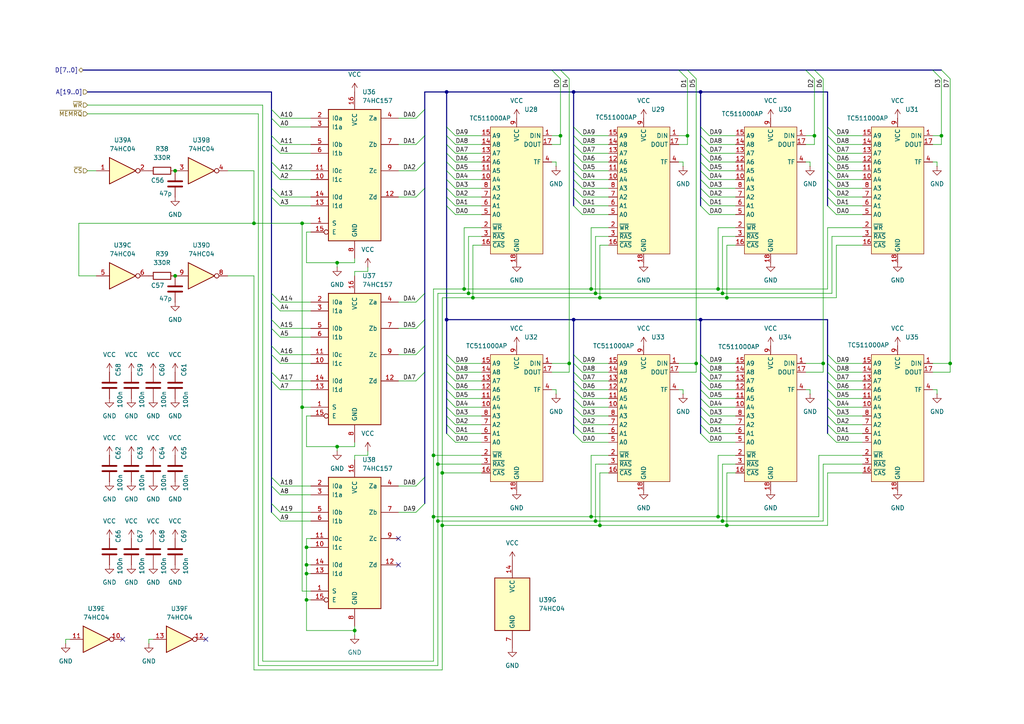
<source format=kicad_sch>
(kicad_sch (version 20231120) (generator "eeschema") (generator_version "8.0")
  (paper "A4")
  (junction (at 203.2 92.71))
  (junction (at 208.28 149.86))
  (junction (at 88.9 163.83))
  (junction (at 238.76 105.41))
  (junction (at 210.82 152.4))
  (junction (at 162.56 39.37))
  (junction (at 129.54 26.67))
  (junction (at 128.27 137.16))
  (junction (at 208.28 83.82))
  (junction (at 73.66 64.77))
  (junction (at 128.27 152.4))
  (junction (at 127 134.62))
  (junction (at 209.55 85.09))
  (junction (at 199.39 39.37))
  (junction (at 236.22 39.37))
  (junction (at 172.72 85.09))
  (junction (at 88.9 173.99))
  (junction (at 134.62 83.82))
  (junction (at 87.63 118.11))
  (junction (at 275.59 105.41))
  (junction (at 125.73 149.86))
  (junction (at 125.73 132.08))
  (junction (at 166.37 26.67))
  (junction (at 135.89 85.09))
  (junction (at 97.79 76.2))
  (junction (at 171.45 149.86))
  (junction (at 50.8 80.01))
  (junction (at 97.79 129.54))
  (junction (at 173.99 152.4))
  (junction (at 203.2 26.67))
  (junction (at 165.1 105.41))
  (junction (at 88.9 166.37))
  (junction (at 172.72 151.13))
  (junction (at 87.63 64.77))
  (junction (at 102.87 182.88))
  (junction (at 50.8 49.53))
  (junction (at 209.55 151.13))
  (junction (at 127 151.13))
  (junction (at 137.16 86.36))
  (junction (at 171.45 83.82))
  (junction (at 273.05 39.37))
  (junction (at 88.9 158.75))
  (junction (at 166.37 92.71))
  (junction (at 173.99 86.36))
  (junction (at 210.82 86.36))
  (junction (at 201.93 105.41))
  (junction (at 129.54 92.71))
  (no_connect (at 115.57 156.21))
  (no_connect (at 35.56 185.42))
  (no_connect (at 59.69 185.42))
  (no_connect (at 115.57 163.83))
  (bus_entry (at 240.03 105.41) (size 2.54 2.54))
  (bus_entry (at 203.2 120.65) (size 2.54 2.54))
  (bus_entry (at 240.03 52.07) (size 2.54 2.54))
  (bus_entry (at 203.2 54.61) (size 2.54 2.54))
  (bus_entry (at 196.85 20.32) (size 2.54 2.54))
  (bus_entry (at 78.74 46.99) (size 2.54 2.54))
  (bus_entry (at 240.03 123.19) (size 2.54 2.54))
  (bus_entry (at 129.54 102.87) (size 2.54 2.54))
  (bus_entry (at 166.37 52.07) (size 2.54 2.54))
  (bus_entry (at 240.03 107.95) (size 2.54 2.54))
  (bus_entry (at 78.74 87.63) (size 2.54 2.54))
  (bus_entry (at 240.03 54.61) (size 2.54 2.54))
  (bus_entry (at 78.74 34.29) (size 2.54 2.54))
  (bus_entry (at 233.68 20.32) (size 2.54 2.54))
  (bus_entry (at 78.74 110.49) (size 2.54 2.54))
  (bus_entry (at 240.03 39.37) (size 2.54 2.54))
  (bus_entry (at 240.03 49.53) (size 2.54 2.54))
  (bus_entry (at 129.54 44.45) (size 2.54 2.54))
  (bus_entry (at 166.37 54.61) (size 2.54 2.54))
  (bus_entry (at 240.03 113.03) (size 2.54 2.54))
  (bus_entry (at 203.2 44.45) (size 2.54 2.54))
  (bus_entry (at 123.19 31.75) (size -2.54 2.54))
  (bus_entry (at 78.74 102.87) (size 2.54 2.54))
  (bus_entry (at 162.56 20.32) (size 2.54 2.54))
  (bus_entry (at 78.74 57.15) (size 2.54 2.54))
  (bus_entry (at 78.74 49.53) (size 2.54 2.54))
  (bus_entry (at 129.54 36.83) (size 2.54 2.54))
  (bus_entry (at 129.54 41.91) (size 2.54 2.54))
  (bus_entry (at 203.2 52.07) (size 2.54 2.54))
  (bus_entry (at 129.54 46.99) (size 2.54 2.54))
  (bus_entry (at 123.19 92.71) (size -2.54 2.54))
  (bus_entry (at 240.03 57.15) (size 2.54 2.54))
  (bus_entry (at 123.19 138.43) (size -2.54 2.54))
  (bus_entry (at 166.37 36.83) (size 2.54 2.54))
  (bus_entry (at 203.2 113.03) (size 2.54 2.54))
  (bus_entry (at 129.54 120.65) (size 2.54 2.54))
  (bus_entry (at 166.37 59.69) (size 2.54 2.54))
  (bus_entry (at 129.54 115.57) (size 2.54 2.54))
  (bus_entry (at 240.03 46.99) (size 2.54 2.54))
  (bus_entry (at 203.2 57.15) (size 2.54 2.54))
  (bus_entry (at 123.19 85.09) (size -2.54 2.54))
  (bus_entry (at 78.74 138.43) (size 2.54 2.54))
  (bus_entry (at 129.54 57.15) (size 2.54 2.54))
  (bus_entry (at 129.54 123.19) (size 2.54 2.54))
  (bus_entry (at 203.2 115.57) (size 2.54 2.54))
  (bus_entry (at 166.37 115.57) (size 2.54 2.54))
  (bus_entry (at 129.54 113.03) (size 2.54 2.54))
  (bus_entry (at 129.54 110.49) (size 2.54 2.54))
  (bus_entry (at 78.74 54.61) (size 2.54 2.54))
  (bus_entry (at 203.2 110.49) (size 2.54 2.54))
  (bus_entry (at 166.37 46.99) (size 2.54 2.54))
  (bus_entry (at 240.03 125.73) (size 2.54 2.54))
  (bus_entry (at 123.19 46.99) (size -2.54 2.54))
  (bus_entry (at 166.37 107.95) (size 2.54 2.54))
  (bus_entry (at 199.39 20.32) (size 2.54 2.54))
  (bus_entry (at 166.37 120.65) (size 2.54 2.54))
  (bus_entry (at 273.05 20.32) (size 2.54 2.54))
  (bus_entry (at 240.03 110.49) (size 2.54 2.54))
  (bus_entry (at 78.74 140.97) (size 2.54 2.54))
  (bus_entry (at 78.74 85.09) (size 2.54 2.54))
  (bus_entry (at 203.2 39.37) (size 2.54 2.54))
  (bus_entry (at 240.03 115.57) (size 2.54 2.54))
  (bus_entry (at 270.51 20.32) (size 2.54 2.54))
  (bus_entry (at 240.03 120.65) (size 2.54 2.54))
  (bus_entry (at 240.03 102.87) (size 2.54 2.54))
  (bus_entry (at 78.74 92.71) (size 2.54 2.54))
  (bus_entry (at 160.02 20.32) (size 2.54 2.54))
  (bus_entry (at 123.19 146.05) (size -2.54 2.54))
  (bus_entry (at 203.2 41.91) (size 2.54 2.54))
  (bus_entry (at 240.03 36.83) (size 2.54 2.54))
  (bus_entry (at 166.37 113.03) (size 2.54 2.54))
  (bus_entry (at 240.03 44.45) (size 2.54 2.54))
  (bus_entry (at 129.54 52.07) (size 2.54 2.54))
  (bus_entry (at 203.2 125.73) (size 2.54 2.54))
  (bus_entry (at 236.22 20.32) (size 2.54 2.54))
  (bus_entry (at 203.2 102.87) (size 2.54 2.54))
  (bus_entry (at 203.2 46.99) (size 2.54 2.54))
  (bus_entry (at 166.37 39.37) (size 2.54 2.54))
  (bus_entry (at 78.74 95.25) (size 2.54 2.54))
  (bus_entry (at 123.19 39.37) (size -2.54 2.54))
  (bus_entry (at 203.2 107.95) (size 2.54 2.54))
  (bus_entry (at 166.37 110.49) (size 2.54 2.54))
  (bus_entry (at 240.03 118.11) (size 2.54 2.54))
  (bus_entry (at 203.2 105.41) (size 2.54 2.54))
  (bus_entry (at 129.54 54.61) (size 2.54 2.54))
  (bus_entry (at 203.2 36.83) (size 2.54 2.54))
  (bus_entry (at 129.54 59.69) (size 2.54 2.54))
  (bus_entry (at 203.2 59.69) (size 2.54 2.54))
  (bus_entry (at 129.54 118.11) (size 2.54 2.54))
  (bus_entry (at 123.19 100.33) (size -2.54 2.54))
  (bus_entry (at 123.19 107.95) (size -2.54 2.54))
  (bus_entry (at 129.54 105.41) (size 2.54 2.54))
  (bus_entry (at 166.37 123.19) (size 2.54 2.54))
  (bus_entry (at 166.37 105.41) (size 2.54 2.54))
  (bus_entry (at 166.37 49.53) (size 2.54 2.54))
  (bus_entry (at 203.2 118.11) (size 2.54 2.54))
  (bus_entry (at 78.74 107.95) (size 2.54 2.54))
  (bus_entry (at 129.54 107.95) (size 2.54 2.54))
  (bus_entry (at 129.54 49.53) (size 2.54 2.54))
  (bus_entry (at 129.54 39.37) (size 2.54 2.54))
  (bus_entry (at 203.2 123.19) (size 2.54 2.54))
  (bus_entry (at 240.03 59.69) (size 2.54 2.54))
  (bus_entry (at 240.03 41.91) (size 2.54 2.54))
  (bus_entry (at 166.37 41.91) (size 2.54 2.54))
  (bus_entry (at 78.74 41.91) (size 2.54 2.54))
  (bus_entry (at 78.74 148.59) (size 2.54 2.54))
  (bus_entry (at 203.2 49.53) (size 2.54 2.54))
  (bus_entry (at 166.37 102.87) (size 2.54 2.54))
  (bus_entry (at 78.74 39.37) (size 2.54 2.54))
  (bus_entry (at 78.74 31.75) (size 2.54 2.54))
  (bus_entry (at 78.74 146.05) (size 2.54 2.54))
  (bus_entry (at 166.37 57.15) (size 2.54 2.54))
  (bus_entry (at 78.74 100.33) (size 2.54 2.54))
  (bus_entry (at 166.37 44.45) (size 2.54 2.54))
  (bus_entry (at 123.19 54.61) (size -2.54 2.54))
  (bus_entry (at 129.54 125.73) (size 2.54 2.54))
  (bus_entry (at 166.37 118.11) (size 2.54 2.54))
  (bus_entry (at 166.37 125.73) (size 2.54 2.54))
  (wire (pts (xy 208.28 149.86) (xy 237.49 149.86)))
  (wire (pts (xy 241.3 68.58) (xy 241.3 85.09)))
  (wire (pts (xy 125.73 132.08) (xy 139.7 132.08)))
  (wire (pts (xy 205.74 49.53) (xy 213.36 49.53)))
  (wire (pts (xy 242.57 123.19) (xy 250.19 123.19)))
  (wire (pts (xy 199.39 22.86) (xy 199.39 39.37)))
  (wire (pts (xy 242.57 44.45) (xy 250.19 44.45)))
  (bus (pts (xy 129.54 46.99) (xy 129.54 49.53)))
  (wire (pts (xy 102.87 132.08) (xy 106.68 132.08)))
  (wire (pts (xy 242.57 71.12) (xy 242.57 86.36)))
  (wire (pts (xy 176.53 134.62) (xy 172.72 134.62)))
  (wire (pts (xy 127 193.04) (xy 127 151.13)))
  (wire (pts (xy 139.7 71.12) (xy 137.16 71.12)))
  (wire (pts (xy 238.76 107.95) (xy 233.68 107.95)))
  (wire (pts (xy 135.89 85.09) (xy 172.72 85.09)))
  (wire (pts (xy 76.2 30.48) (xy 76.2 191.77)))
  (wire (pts (xy 81.28 59.69) (xy 90.17 59.69)))
  (wire (pts (xy 87.63 118.11) (xy 90.17 118.11)))
  (wire (pts (xy 240.03 137.16) (xy 250.19 137.16)))
  (wire (pts (xy 176.53 68.58) (xy 172.72 68.58)))
  (wire (pts (xy 208.28 132.08) (xy 208.28 149.86)))
  (wire (pts (xy 132.08 125.73) (xy 139.7 125.73)))
  (wire (pts (xy 250.19 68.58) (xy 241.3 68.58)))
  (bus (pts (xy 203.2 44.45) (xy 203.2 46.99)))
  (wire (pts (xy 205.74 118.11) (xy 213.36 118.11)))
  (bus (pts (xy 203.2 120.65) (xy 203.2 123.19)))
  (wire (pts (xy 81.28 90.17) (xy 90.17 90.17)))
  (bus (pts (xy 240.03 110.49) (xy 240.03 113.03)))
  (bus (pts (xy 129.54 59.69) (xy 129.54 92.71)))
  (wire (pts (xy 88.9 76.2) (xy 88.9 67.31)))
  (wire (pts (xy 242.57 46.99) (xy 250.19 46.99)))
  (wire (pts (xy 270.51 41.91) (xy 273.05 41.91)))
  (wire (pts (xy 132.08 44.45) (xy 139.7 44.45)))
  (bus (pts (xy 129.54 57.15) (xy 129.54 59.69)))
  (wire (pts (xy 160.02 41.91) (xy 162.56 41.91)))
  (wire (pts (xy 196.85 105.41) (xy 201.93 105.41)))
  (wire (pts (xy 132.08 107.95) (xy 139.7 107.95)))
  (wire (pts (xy 135.89 68.58) (xy 135.89 85.09)))
  (wire (pts (xy 238.76 105.41) (xy 238.76 107.95)))
  (wire (pts (xy 242.57 59.69) (xy 250.19 59.69)))
  (wire (pts (xy 205.74 125.73) (xy 213.36 125.73)))
  (wire (pts (xy 88.9 158.75) (xy 88.9 156.21)))
  (wire (pts (xy 115.57 87.63) (xy 120.65 87.63)))
  (wire (pts (xy 205.74 123.19) (xy 213.36 123.19)))
  (wire (pts (xy 88.9 67.31) (xy 90.17 67.31)))
  (wire (pts (xy 125.73 149.86) (xy 171.45 149.86)))
  (wire (pts (xy 88.9 182.88) (xy 88.9 173.99)))
  (wire (pts (xy 115.57 41.91) (xy 120.65 41.91)))
  (wire (pts (xy 25.4 30.48) (xy 76.2 30.48)))
  (wire (pts (xy 205.74 115.57) (xy 213.36 115.57)))
  (wire (pts (xy 168.91 54.61) (xy 176.53 54.61)))
  (bus (pts (xy 78.74 100.33) (xy 78.74 102.87)))
  (bus (pts (xy 240.03 107.95) (xy 240.03 110.49)))
  (bus (pts (xy 78.74 34.29) (xy 78.74 39.37)))
  (wire (pts (xy 198.12 46.99) (xy 198.12 48.26)))
  (wire (pts (xy 176.53 66.04) (xy 171.45 66.04)))
  (wire (pts (xy 199.39 41.91) (xy 199.39 39.37)))
  (bus (pts (xy 166.37 123.19) (xy 166.37 125.73)))
  (wire (pts (xy 242.57 107.95) (xy 250.19 107.95)))
  (bus (pts (xy 166.37 115.57) (xy 166.37 118.11)))
  (bus (pts (xy 129.54 26.67) (xy 129.54 36.83)))
  (bus (pts (xy 123.19 85.09) (xy 123.19 92.71)))
  (wire (pts (xy 172.72 68.58) (xy 172.72 85.09)))
  (wire (pts (xy 171.45 149.86) (xy 208.28 149.86)))
  (wire (pts (xy 73.66 64.77) (xy 22.86 64.77)))
  (wire (pts (xy 25.4 33.02) (xy 74.93 33.02)))
  (wire (pts (xy 205.74 39.37) (xy 213.36 39.37)))
  (wire (pts (xy 242.57 120.65) (xy 250.19 120.65)))
  (wire (pts (xy 132.08 120.65) (xy 139.7 120.65)))
  (wire (pts (xy 128.27 152.4) (xy 128.27 194.31)))
  (wire (pts (xy 168.91 105.41) (xy 176.53 105.41)))
  (wire (pts (xy 88.9 163.83) (xy 90.17 163.83)))
  (wire (pts (xy 242.57 128.27) (xy 250.19 128.27)))
  (wire (pts (xy 168.91 113.03) (xy 176.53 113.03)))
  (wire (pts (xy 73.66 64.77) (xy 87.63 64.77)))
  (wire (pts (xy 242.57 41.91) (xy 250.19 41.91)))
  (wire (pts (xy 102.87 78.74) (xy 106.68 78.74)))
  (wire (pts (xy 168.91 110.49) (xy 176.53 110.49)))
  (bus (pts (xy 78.74 107.95) (xy 78.74 110.49)))
  (wire (pts (xy 137.16 71.12) (xy 137.16 86.36)))
  (bus (pts (xy 78.74 95.25) (xy 78.74 100.33)))
  (wire (pts (xy 128.27 86.36) (xy 128.27 137.16)))
  (wire (pts (xy 201.93 22.86) (xy 201.93 105.41)))
  (bus (pts (xy 240.03 54.61) (xy 240.03 57.15)))
  (wire (pts (xy 88.9 158.75) (xy 90.17 158.75)))
  (bus (pts (xy 203.2 49.53) (xy 203.2 52.07)))
  (bus (pts (xy 233.68 20.32) (xy 236.22 20.32)))
  (wire (pts (xy 115.57 34.29) (xy 120.65 34.29)))
  (wire (pts (xy 213.36 66.04) (xy 208.28 66.04)))
  (wire (pts (xy 19.05 186.69) (xy 19.05 185.42)))
  (wire (pts (xy 73.66 80.01) (xy 73.66 194.31)))
  (wire (pts (xy 242.57 62.23) (xy 250.19 62.23)))
  (wire (pts (xy 168.91 62.23) (xy 176.53 62.23)))
  (wire (pts (xy 270.51 113.03) (xy 271.78 113.03)))
  (wire (pts (xy 127 85.09) (xy 127 134.62)))
  (bus (pts (xy 129.54 92.71) (xy 129.54 102.87)))
  (wire (pts (xy 66.04 80.01) (xy 73.66 80.01)))
  (bus (pts (xy 203.2 105.41) (xy 203.2 107.95)))
  (wire (pts (xy 102.87 184.15) (xy 102.87 182.88)))
  (bus (pts (xy 78.74 26.67) (xy 78.74 31.75)))
  (wire (pts (xy 125.73 132.08) (xy 125.73 149.86)))
  (wire (pts (xy 81.28 140.97) (xy 90.17 140.97)))
  (wire (pts (xy 271.78 46.99) (xy 271.78 48.26)))
  (wire (pts (xy 102.87 76.2) (xy 102.87 74.93)))
  (wire (pts (xy 97.79 76.2) (xy 102.87 76.2)))
  (bus (pts (xy 240.03 41.91) (xy 240.03 44.45)))
  (wire (pts (xy 236.22 22.86) (xy 236.22 39.37)))
  (wire (pts (xy 238.76 134.62) (xy 250.19 134.62)))
  (wire (pts (xy 128.27 137.16) (xy 128.27 152.4)))
  (wire (pts (xy 132.08 41.91) (xy 139.7 41.91)))
  (bus (pts (xy 240.03 105.41) (xy 240.03 107.95)))
  (wire (pts (xy 160.02 105.41) (xy 165.1 105.41)))
  (wire (pts (xy 88.9 173.99) (xy 90.17 173.99)))
  (wire (pts (xy 132.08 128.27) (xy 139.7 128.27)))
  (bus (pts (xy 166.37 118.11) (xy 166.37 120.65)))
  (wire (pts (xy 102.87 129.54) (xy 102.87 128.27)))
  (bus (pts (xy 78.74 49.53) (xy 78.74 54.61)))
  (wire (pts (xy 237.49 132.08) (xy 250.19 132.08)))
  (wire (pts (xy 115.57 140.97) (xy 120.65 140.97)))
  (bus (pts (xy 203.2 36.83) (xy 203.2 39.37)))
  (bus (pts (xy 129.54 52.07) (xy 129.54 54.61)))
  (wire (pts (xy 213.36 68.58) (xy 209.55 68.58)))
  (wire (pts (xy 233.68 46.99) (xy 234.95 46.99)))
  (wire (pts (xy 132.08 123.19) (xy 139.7 123.19)))
  (bus (pts (xy 123.19 46.99) (xy 123.19 54.61)))
  (bus (pts (xy 240.03 46.99) (xy 240.03 49.53)))
  (wire (pts (xy 115.57 57.15) (xy 120.65 57.15)))
  (wire (pts (xy 139.7 66.04) (xy 134.62 66.04)))
  (wire (pts (xy 233.68 41.91) (xy 236.22 41.91)))
  (wire (pts (xy 205.74 46.99) (xy 213.36 46.99)))
  (wire (pts (xy 132.08 46.99) (xy 139.7 46.99)))
  (wire (pts (xy 88.9 166.37) (xy 88.9 163.83)))
  (bus (pts (xy 203.2 26.67) (xy 240.03 26.67)))
  (wire (pts (xy 81.28 95.25) (xy 90.17 95.25)))
  (bus (pts (xy 240.03 57.15) (xy 240.03 59.69)))
  (wire (pts (xy 139.7 68.58) (xy 135.89 68.58)))
  (wire (pts (xy 132.08 115.57) (xy 139.7 115.57)))
  (wire (pts (xy 168.91 44.45) (xy 176.53 44.45)))
  (bus (pts (xy 129.54 118.11) (xy 129.54 120.65)))
  (bus (pts (xy 203.2 113.03) (xy 203.2 115.57)))
  (wire (pts (xy 74.93 193.04) (xy 127 193.04)))
  (wire (pts (xy 173.99 152.4) (xy 210.82 152.4)))
  (bus (pts (xy 240.03 115.57) (xy 240.03 118.11)))
  (wire (pts (xy 213.36 132.08) (xy 208.28 132.08)))
  (wire (pts (xy 234.95 46.99) (xy 234.95 48.26)))
  (wire (pts (xy 43.18 186.69) (xy 43.18 185.42)))
  (wire (pts (xy 66.04 49.53) (xy 73.66 49.53)))
  (wire (pts (xy 160.02 46.99) (xy 161.29 46.99)))
  (wire (pts (xy 238.76 22.86) (xy 238.76 105.41)))
  (bus (pts (xy 123.19 54.61) (xy 123.19 85.09)))
  (wire (pts (xy 210.82 71.12) (xy 210.82 86.36)))
  (wire (pts (xy 162.56 41.91) (xy 162.56 39.37)))
  (bus (pts (xy 240.03 49.53) (xy 240.03 52.07)))
  (bus (pts (xy 78.74 39.37) (xy 78.74 41.91)))
  (wire (pts (xy 168.91 128.27) (xy 176.53 128.27)))
  (bus (pts (xy 129.54 26.67) (xy 166.37 26.67)))
  (wire (pts (xy 196.85 41.91) (xy 199.39 41.91)))
  (wire (pts (xy 132.08 54.61) (xy 139.7 54.61)))
  (bus (pts (xy 123.19 26.67) (xy 129.54 26.67)))
  (bus (pts (xy 78.74 102.87) (xy 78.74 107.95)))
  (wire (pts (xy 196.85 113.03) (xy 198.12 113.03)))
  (bus (pts (xy 166.37 113.03) (xy 166.37 115.57)))
  (wire (pts (xy 102.87 80.01) (xy 102.87 78.74)))
  (wire (pts (xy 213.36 137.16) (xy 210.82 137.16)))
  (bus (pts (xy 240.03 52.07) (xy 240.03 54.61)))
  (wire (pts (xy 242.57 125.73) (xy 250.19 125.73)))
  (wire (pts (xy 132.08 59.69) (xy 139.7 59.69)))
  (wire (pts (xy 273.05 22.86) (xy 273.05 39.37)))
  (wire (pts (xy 88.9 166.37) (xy 90.17 166.37)))
  (bus (pts (xy 166.37 49.53) (xy 166.37 52.07)))
  (wire (pts (xy 125.73 83.82) (xy 125.73 132.08)))
  (bus (pts (xy 129.54 41.91) (xy 129.54 44.45)))
  (wire (pts (xy 97.79 77.47) (xy 97.79 76.2)))
  (bus (pts (xy 240.03 36.83) (xy 240.03 39.37)))
  (wire (pts (xy 22.86 64.77) (xy 22.86 80.01)))
  (wire (pts (xy 115.57 95.25) (xy 120.65 95.25)))
  (wire (pts (xy 168.91 123.19) (xy 176.53 123.19)))
  (bus (pts (xy 78.74 92.71) (xy 78.74 95.25)))
  (bus (pts (xy 203.2 46.99) (xy 203.2 49.53)))
  (bus (pts (xy 203.2 39.37) (xy 203.2 41.91)))
  (wire (pts (xy 125.73 149.86) (xy 125.73 191.77)))
  (wire (pts (xy 205.74 110.49) (xy 213.36 110.49)))
  (wire (pts (xy 205.74 54.61) (xy 213.36 54.61)))
  (bus (pts (xy 166.37 102.87) (xy 166.37 105.41)))
  (wire (pts (xy 171.45 83.82) (xy 134.62 83.82)))
  (bus (pts (xy 240.03 44.45) (xy 240.03 46.99)))
  (bus (pts (xy 129.54 107.95) (xy 129.54 110.49)))
  (wire (pts (xy 173.99 137.16) (xy 173.99 152.4)))
  (wire (pts (xy 242.57 57.15) (xy 250.19 57.15)))
  (bus (pts (xy 123.19 92.71) (xy 123.19 100.33)))
  (bus (pts (xy 123.19 100.33) (xy 123.19 107.95)))
  (bus (pts (xy 166.37 39.37) (xy 166.37 41.91)))
  (bus (pts (xy 203.2 110.49) (xy 203.2 113.03)))
  (bus (pts (xy 203.2 115.57) (xy 203.2 118.11)))
  (wire (pts (xy 87.63 171.45) (xy 90.17 171.45)))
  (wire (pts (xy 242.57 39.37) (xy 250.19 39.37)))
  (bus (pts (xy 78.74 31.75) (xy 78.74 34.29)))
  (bus (pts (xy 129.54 115.57) (xy 129.54 118.11)))
  (wire (pts (xy 172.72 134.62) (xy 172.72 151.13)))
  (wire (pts (xy 81.28 105.41) (xy 90.17 105.41)))
  (wire (pts (xy 25.4 49.53) (xy 27.94 49.53)))
  (wire (pts (xy 205.74 57.15) (xy 213.36 57.15)))
  (bus (pts (xy 129.54 110.49) (xy 129.54 113.03)))
  (wire (pts (xy 242.57 54.61) (xy 250.19 54.61)))
  (wire (pts (xy 128.27 152.4) (xy 173.99 152.4)))
  (wire (pts (xy 81.28 34.29) (xy 90.17 34.29)))
  (wire (pts (xy 160.02 113.03) (xy 161.29 113.03)))
  (wire (pts (xy 88.9 173.99) (xy 88.9 166.37)))
  (bus (pts (xy 196.85 20.32) (xy 199.39 20.32)))
  (bus (pts (xy 129.54 102.87) (xy 129.54 105.41)))
  (bus (pts (xy 166.37 110.49) (xy 166.37 113.03)))
  (bus (pts (xy 129.54 123.19) (xy 129.54 125.73)))
  (wire (pts (xy 115.57 49.53) (xy 120.65 49.53)))
  (wire (pts (xy 199.39 39.37) (xy 196.85 39.37)))
  (wire (pts (xy 127 134.62) (xy 139.7 134.62)))
  (wire (pts (xy 161.29 113.03) (xy 161.29 114.3)))
  (wire (pts (xy 205.74 113.03) (xy 213.36 113.03)))
  (bus (pts (xy 240.03 118.11) (xy 240.03 120.65)))
  (wire (pts (xy 275.59 22.86) (xy 275.59 105.41)))
  (wire (pts (xy 271.78 113.03) (xy 271.78 114.3)))
  (wire (pts (xy 127 151.13) (xy 172.72 151.13)))
  (wire (pts (xy 132.08 118.11) (xy 139.7 118.11)))
  (wire (pts (xy 168.91 118.11) (xy 176.53 118.11)))
  (wire (pts (xy 205.74 120.65) (xy 213.36 120.65)))
  (bus (pts (xy 78.74 110.49) (xy 78.74 138.43)))
  (wire (pts (xy 236.22 41.91) (xy 236.22 39.37)))
  (wire (pts (xy 168.91 46.99) (xy 176.53 46.99)))
  (wire (pts (xy 270.51 46.99) (xy 271.78 46.99)))
  (bus (pts (xy 240.03 120.65) (xy 240.03 123.19)))
  (wire (pts (xy 205.74 62.23) (xy 213.36 62.23)))
  (wire (pts (xy 88.9 120.65) (xy 90.17 120.65)))
  (wire (pts (xy 270.51 105.41) (xy 275.59 105.41)))
  (wire (pts (xy 233.68 113.03) (xy 234.95 113.03)))
  (bus (pts (xy 166.37 46.99) (xy 166.37 49.53)))
  (wire (pts (xy 209.55 151.13) (xy 238.76 151.13)))
  (wire (pts (xy 210.82 86.36) (xy 173.99 86.36)))
  (wire (pts (xy 97.79 129.54) (xy 88.9 129.54)))
  (bus (pts (xy 78.74 87.63) (xy 78.74 92.71)))
  (bus (pts (xy 123.19 138.43) (xy 123.19 146.05)))
  (bus (pts (xy 166.37 92.71) (xy 166.37 102.87)))
  (wire (pts (xy 132.08 62.23) (xy 139.7 62.23)))
  (bus (pts (xy 78.74 85.09) (xy 78.74 87.63)))
  (bus (pts (xy 129.54 49.53) (xy 129.54 52.07)))
  (bus (pts (xy 129.54 105.41) (xy 129.54 107.95)))
  (wire (pts (xy 81.28 49.53) (xy 90.17 49.53)))
  (wire (pts (xy 74.93 33.02) (xy 74.93 193.04)))
  (bus (pts (xy 129.54 44.45) (xy 129.54 46.99)))
  (wire (pts (xy 205.74 128.27) (xy 213.36 128.27)))
  (wire (pts (xy 22.86 80.01) (xy 27.94 80.01)))
  (wire (pts (xy 205.74 59.69) (xy 213.36 59.69)))
  (bus (pts (xy 240.03 92.71) (xy 240.03 102.87)))
  (bus (pts (xy 25.4 26.67) (xy 78.74 26.67)))
  (wire (pts (xy 81.28 151.13) (xy 90.17 151.13)))
  (wire (pts (xy 176.53 132.08) (xy 171.45 132.08)))
  (bus (pts (xy 78.74 41.91) (xy 78.74 46.99)))
  (bus (pts (xy 129.54 39.37) (xy 129.54 41.91)))
  (wire (pts (xy 97.79 76.2) (xy 88.9 76.2)))
  (bus (pts (xy 123.19 39.37) (xy 123.19 46.99)))
  (wire (pts (xy 209.55 85.09) (xy 241.3 85.09)))
  (wire (pts (xy 205.74 41.91) (xy 213.36 41.91)))
  (wire (pts (xy 81.28 52.07) (xy 90.17 52.07)))
  (wire (pts (xy 209.55 68.58) (xy 209.55 85.09)))
  (wire (pts (xy 127 134.62) (xy 127 151.13)))
  (bus (pts (xy 24.13 20.32) (xy 160.02 20.32)))
  (bus (pts (xy 240.03 123.19) (xy 240.03 125.73)))
  (wire (pts (xy 168.91 125.73) (xy 176.53 125.73)))
  (wire (pts (xy 132.08 105.41) (xy 139.7 105.41)))
  (wire (pts (xy 233.68 105.41) (xy 238.76 105.41)))
  (bus (pts (xy 78.74 140.97) (xy 78.74 146.05)))
  (bus (pts (xy 166.37 44.45) (xy 166.37 46.99)))
  (wire (pts (xy 250.19 66.04) (xy 240.03 66.04)))
  (wire (pts (xy 213.36 134.62) (xy 209.55 134.62)))
  (wire (pts (xy 90.17 64.77) (xy 87.63 64.77)))
  (bus (pts (xy 166.37 41.91) (xy 166.37 44.45)))
  (wire (pts (xy 275.59 105.41) (xy 275.59 107.95)))
  (wire (pts (xy 132.08 57.15) (xy 139.7 57.15)))
  (bus (pts (xy 203.2 57.15) (xy 203.2 59.69)))
  (wire (pts (xy 198.12 113.03) (xy 198.12 114.3)))
  (bus (pts (xy 203.2 102.87) (xy 203.2 105.41)))
  (wire (pts (xy 88.9 163.83) (xy 88.9 158.75)))
  (bus (pts (xy 236.22 20.32) (xy 270.51 20.32)))
  (wire (pts (xy 97.79 130.81) (xy 97.79 129.54)))
  (wire (pts (xy 238.76 151.13) (xy 238.76 134.62)))
  (wire (pts (xy 168.91 59.69) (xy 176.53 59.69)))
  (bus (pts (xy 123.19 31.75) (xy 123.19 39.37)))
  (bus (pts (xy 162.56 20.32) (xy 196.85 20.32)))
  (wire (pts (xy 240.03 152.4) (xy 240.03 137.16)))
  (wire (pts (xy 173.99 86.36) (xy 137.16 86.36)))
  (bus (pts (xy 123.19 107.95) (xy 123.19 138.43)))
  (wire (pts (xy 250.19 71.12) (xy 242.57 71.12)))
  (wire (pts (xy 81.28 97.79) (xy 90.17 97.79)))
  (bus (pts (xy 166.37 107.95) (xy 166.37 110.49)))
  (wire (pts (xy 242.57 113.03) (xy 250.19 113.03)))
  (wire (pts (xy 87.63 118.11) (xy 87.63 171.45)))
  (bus (pts (xy 166.37 54.61) (xy 166.37 57.15)))
  (bus (pts (xy 78.74 54.61) (xy 78.74 57.15)))
  (wire (pts (xy 242.57 118.11) (xy 250.19 118.11)))
  (wire (pts (xy 106.68 132.08) (xy 106.68 130.81)))
  (wire (pts (xy 88.9 156.21) (xy 90.17 156.21)))
  (wire (pts (xy 81.28 113.03) (xy 90.17 113.03)))
  (wire (pts (xy 81.28 143.51) (xy 90.17 143.51)))
  (wire (pts (xy 137.16 86.36) (xy 128.27 86.36)))
  (bus (pts (xy 203.2 92.71) (xy 203.2 102.87)))
  (wire (pts (xy 173.99 71.12) (xy 173.99 86.36)))
  (bus (pts (xy 160.02 20.32) (xy 162.56 20.32)))
  (wire (pts (xy 168.91 41.91) (xy 176.53 41.91)))
  (bus (pts (xy 240.03 102.87) (xy 240.03 105.41)))
  (bus (pts (xy 240.03 26.67) (xy 240.03 36.83)))
  (wire (pts (xy 132.08 39.37) (xy 139.7 39.37)))
  (wire (pts (xy 73.66 49.53) (xy 73.66 64.77)))
  (bus (pts (xy 240.03 39.37) (xy 240.03 41.91)))
  (wire (pts (xy 165.1 105.41) (xy 165.1 107.95)))
  (bus (pts (xy 78.74 146.05) (xy 78.74 148.59)))
  (wire (pts (xy 176.53 71.12) (xy 173.99 71.12)))
  (wire (pts (xy 81.28 41.91) (xy 90.17 41.91)))
  (wire (pts (xy 168.91 107.95) (xy 176.53 107.95)))
  (bus (pts (xy 203.2 107.95) (xy 203.2 110.49)))
  (wire (pts (xy 171.45 132.08) (xy 171.45 149.86)))
  (bus (pts (xy 166.37 52.07) (xy 166.37 54.61)))
  (wire (pts (xy 81.28 36.83) (xy 90.17 36.83)))
  (wire (pts (xy 208.28 83.82) (xy 171.45 83.82)))
  (bus (pts (xy 129.54 54.61) (xy 129.54 57.15)))
  (wire (pts (xy 242.57 115.57) (xy 250.19 115.57)))
  (bus (pts (xy 203.2 123.19) (xy 203.2 125.73)))
  (wire (pts (xy 102.87 182.88) (xy 88.9 182.88)))
  (wire (pts (xy 168.91 120.65) (xy 176.53 120.65)))
  (wire (pts (xy 165.1 107.95) (xy 160.02 107.95)))
  (bus (pts (xy 203.2 26.67) (xy 203.2 36.83)))
  (wire (pts (xy 213.36 71.12) (xy 210.82 71.12)))
  (wire (pts (xy 209.55 134.62) (xy 209.55 151.13)))
  (wire (pts (xy 168.91 57.15) (xy 176.53 57.15)))
  (wire (pts (xy 134.62 83.82) (xy 125.73 83.82)))
  (wire (pts (xy 242.57 105.41) (xy 250.19 105.41)))
  (wire (pts (xy 73.66 194.31) (xy 128.27 194.31)))
  (bus (pts (xy 203.2 41.91) (xy 203.2 44.45)))
  (wire (pts (xy 201.93 105.41) (xy 201.93 107.95)))
  (bus (pts (xy 129.54 92.71) (xy 166.37 92.71)))
  (wire (pts (xy 242.57 86.36) (xy 210.82 86.36)))
  (wire (pts (xy 240.03 66.04) (xy 240.03 83.82)))
  (bus (pts (xy 166.37 57.15) (xy 166.37 59.69)))
  (wire (pts (xy 81.28 148.59) (xy 90.17 148.59)))
  (wire (pts (xy 88.9 129.54) (xy 88.9 120.65)))
  (wire (pts (xy 237.49 149.86) (xy 237.49 132.08)))
  (wire (pts (xy 240.03 83.82) (xy 208.28 83.82)))
  (wire (pts (xy 81.28 110.49) (xy 90.17 110.49)))
  (wire (pts (xy 162.56 39.37) (xy 160.02 39.37)))
  (bus (pts (xy 203.2 54.61) (xy 203.2 57.15)))
  (wire (pts (xy 76.2 191.77) (xy 125.73 191.77)))
  (wire (pts (xy 19.05 185.42) (xy 20.32 185.42)))
  (wire (pts (xy 43.18 185.42) (xy 44.45 185.42)))
  (wire (pts (xy 81.28 57.15) (xy 90.17 57.15)))
  (bus (pts (xy 78.74 57.15) (xy 78.74 85.09)))
  (wire (pts (xy 161.29 46.99) (xy 161.29 48.26)))
  (wire (pts (xy 176.53 137.16) (xy 173.99 137.16)))
  (wire (pts (xy 132.08 113.03) (xy 139.7 113.03)))
  (bus (pts (xy 166.37 36.83) (xy 166.37 39.37)))
  (wire (pts (xy 162.56 22.86) (xy 162.56 39.37)))
  (wire (pts (xy 87.63 64.77) (xy 87.63 118.11)))
  (bus (pts (xy 129.54 120.65) (xy 129.54 123.19)))
  (wire (pts (xy 205.74 52.07) (xy 213.36 52.07)))
  (bus (pts (xy 78.74 138.43) (xy 78.74 140.97)))
  (wire (pts (xy 242.57 110.49) (xy 250.19 110.49)))
  (bus (pts (xy 203.2 52.07) (xy 203.2 54.61)))
  (wire (pts (xy 102.87 182.88) (xy 102.87 181.61)))
  (wire (pts (xy 81.28 44.45) (xy 90.17 44.45)))
  (wire (pts (xy 165.1 22.86) (xy 165.1 105.41)))
  (wire (pts (xy 168.91 49.53) (xy 176.53 49.53)))
  (wire (pts (xy 115.57 102.87) (xy 120.65 102.87)))
  (wire (pts (xy 168.91 52.07) (xy 176.53 52.07)))
  (wire (pts (xy 201.93 107.95) (xy 196.85 107.95)))
  (bus (pts (xy 129.54 36.83) (xy 129.54 39.37)))
  (wire (pts (xy 205.74 107.95) (xy 213.36 107.95)))
  (wire (pts (xy 196.85 46.99) (xy 198.12 46.99)))
  (bus (pts (xy 270.51 20.32) (xy 273.05 20.32)))
  (wire (pts (xy 102.87 133.35) (xy 102.87 132.08)))
  (wire (pts (xy 134.62 66.04) (xy 134.62 83.82)))
  (bus (pts (xy 129.54 113.03) (xy 129.54 115.57)))
  (wire (pts (xy 242.57 52.07) (xy 250.19 52.07)))
  (wire (pts (xy 210.82 137.16) (xy 210.82 152.4)))
  (wire (pts (xy 81.28 102.87) (xy 90.17 102.87)))
  (wire (pts (xy 168.91 115.57) (xy 176.53 115.57)))
  (wire (pts (xy 172.72 85.09) (xy 209.55 85.09)))
  (bus (pts (xy 166.37 26.67) (xy 166.37 36.83)))
  (wire (pts (xy 81.28 87.63) (xy 90.17 87.63)))
  (wire (pts (xy 132.08 49.53) (xy 139.7 49.53)))
  (wire (pts (xy 132.08 110.49) (xy 139.7 110.49)))
  (bus (pts (xy 123.19 26.67) (xy 123.19 31.75)))
  (wire (pts (xy 115.57 148.59) (xy 120.65 148.59)))
  (bus (pts (xy 166.37 105.41) (xy 166.37 107.95)))
  (wire (pts (xy 168.91 39.37) (xy 176.53 39.37)))
  (wire (pts (xy 234.95 113.03) (xy 234.95 114.3)))
  (wire (pts (xy 128.27 137.16) (xy 139.7 137.16)))
  (wire (pts (xy 275.59 107.95) (xy 270.51 107.95)))
  (wire (pts (xy 273.05 41.91) (xy 273.05 39.37)))
  (wire (pts (xy 132.08 52.07) (xy 139.7 52.07)))
  (bus (pts (xy 166.37 26.67) (xy 203.2 26.67)))
  (wire (pts (xy 205.74 44.45) (xy 213.36 44.45)))
  (wire (pts (xy 270.51 39.37) (xy 273.05 39.37)))
  (wire (pts (xy 115.57 110.49) (xy 120.65 110.49)))
  (wire (pts (xy 205.74 105.41) (xy 213.36 105.41)))
  (wire (pts (xy 106.68 78.74) (xy 106.68 77.47)))
  (bus (pts (xy 203.2 92.71) (xy 240.03 92.71)))
  (bus (pts (xy 199.39 20.32) (xy 233.68 20.32)))
  (wire (pts (xy 97.79 129.54) (xy 102.87 129.54)))
  (wire (pts (xy 171.45 66.04) (xy 171.45 83.82)))
  (bus (pts (xy 166.37 92.71) (xy 203.2 92.71)))
  (bus (pts (xy 240.03 113.03) (xy 240.03 115.57)))
  (wire (pts (xy 172.72 151.13) (xy 209.55 151.13)))
  (wire (pts (xy 210.82 152.4) (xy 240.03 152.4)))
  (wire (pts (xy 236.22 39.37) (xy 233.68 39.37)))
  (bus (pts (xy 203.2 118.11) (xy 203.2 120.65)))
  (wire (pts (xy 242.57 49.53) (xy 250.19 49.53)))
  (bus (pts (xy 166.37 120.65) (xy 166.37 123.19)))
  (bus (pts (xy 78.74 46.99) (xy 78.74 49.53)))
  (wire (pts (xy 127 85.09) (xy 135.89 85.09)))
  (wire (pts (xy 208.28 66.04) (xy 208.28 83.82)))
  (label "DA2" (at 205.74 57.15 0))
  (label "DA4" (at 120.65 87.63 180))
  (label "DA7" (at 242.57 44.45 0))
  (label "DA2" (at 242.57 57.15 0))
  (label "A15" (at 81.28 95.25 0))
  (label "DA6" (at 242.57 113.03 0))
  (label "DA3" (at 168.91 54.61 0))
  (label "A1" (at 81.28 44.45 0))
  (label "DA0" (at 242.57 62.23 0))
  (label "DA7" (at 205.74 44.45 0))
  (label "DA5" (at 132.08 49.53 0))
  (label "DA2" (at 205.74 123.19 0))
  (label "DA0" (at 132.08 128.27 0))
  (label "A11" (at 81.28 41.91 0))
  (label "DA1" (at 205.74 125.73 0))
  (label "DA4" (at 242.57 52.07 0))
  (label "DA6" (at 168.91 113.03 0))
  (label "DA4" (at 132.08 52.07 0))
  (label "DA0" (at 168.91 128.27 0))
  (label "DA9" (at 132.08 39.37 0))
  (label "A14" (at 81.28 87.63 0))
  (label "DA2" (at 120.65 49.53 180))
  (label "DA7" (at 168.91 44.45 0))
  (label "DA6" (at 132.08 46.99 0))
  (label "DA2" (at 132.08 57.15 0))
  (label "DA1" (at 205.74 59.69 0))
  (label "DA7" (at 168.91 110.49 0))
  (label "D2" (at 236.22 22.86 270))
  (label "DA9" (at 242.57 105.41 0))
  (label "DA9" (at 120.65 148.59 180))
  (label "DA6" (at 168.91 46.99 0))
  (label "DA9" (at 242.57 39.37 0))
  (label "A3" (at 81.28 59.69 0))
  (label "A13" (at 81.28 57.15 0))
  (label "A16" (at 81.28 102.87 0))
  (label "DA5" (at 120.65 95.25 180))
  (label "DA5" (at 242.57 49.53 0))
  (label "DA8" (at 168.91 107.95 0))
  (label "A19" (at 81.28 148.59 0))
  (label "DA9" (at 132.08 105.41 0))
  (label "DA0" (at 205.74 128.27 0))
  (label "DA6" (at 205.74 113.03 0))
  (label "DA8" (at 132.08 41.91 0))
  (label "DA1" (at 120.65 41.91 180))
  (label "DA5" (at 132.08 115.57 0))
  (label "DA6" (at 205.74 46.99 0))
  (label "DA9" (at 205.74 39.37 0))
  (label "A12" (at 81.28 49.53 0))
  (label "DA3" (at 205.74 54.61 0))
  (label "DA1" (at 132.08 125.73 0))
  (label "A6" (at 81.28 105.41 0))
  (label "DA4" (at 242.57 118.11 0))
  (label "DA3" (at 168.91 120.65 0))
  (label "DA5" (at 205.74 49.53 0))
  (label "A4" (at 81.28 90.17 0))
  (label "DA4" (at 132.08 118.11 0))
  (label "DA3" (at 242.57 54.61 0))
  (label "A17" (at 81.28 110.49 0))
  (label "DA8" (at 205.74 107.95 0))
  (label "DA0" (at 132.08 62.23 0))
  (label "D1" (at 199.39 22.86 270))
  (label "DA8" (at 132.08 107.95 0))
  (label "D3" (at 273.05 22.86 270))
  (label "DA3" (at 132.08 120.65 0))
  (label "A0" (at 81.28 36.83 0))
  (label "DA8" (at 168.91 41.91 0))
  (label "DA5" (at 205.74 115.57 0))
  (label "DA7" (at 120.65 110.49 180))
  (label "A9" (at 81.28 151.13 0))
  (label "DA8" (at 205.74 41.91 0))
  (label "DA4" (at 205.74 118.11 0))
  (label "DA6" (at 120.65 102.87 180))
  (label "DA5" (at 168.91 115.57 0))
  (label "DA7" (at 132.08 110.49 0))
  (label "A8" (at 81.28 143.51 0))
  (label "DA7" (at 132.08 44.45 0))
  (label "DA4" (at 168.91 118.11 0))
  (label "DA8" (at 120.65 140.97 180))
  (label "DA1" (at 132.08 59.69 0))
  (label "A18" (at 81.28 140.97 0))
  (label "DA1" (at 168.91 125.73 0))
  (label "DA5" (at 168.91 49.53 0))
  (label "DA2" (at 168.91 123.19 0))
  (label "DA0" (at 205.74 62.23 0))
  (label "DA1" (at 168.91 59.69 0))
  (label "D4" (at 165.1 22.86 270))
  (label "DA5" (at 242.57 115.57 0))
  (label "DA1" (at 242.57 125.73 0))
  (label "D7" (at 275.59 22.86 270))
  (label "DA2" (at 132.08 123.19 0))
  (label "DA8" (at 242.57 107.95 0))
  (label "DA0" (at 242.57 128.27 0))
  (label "A5" (at 81.28 97.79 0))
  (label "DA0" (at 168.91 62.23 0))
  (label "DA9" (at 168.91 39.37 0))
  (label "A10" (at 81.28 34.29 0))
  (label "D5" (at 201.93 22.86 270))
  (label "DA3" (at 205.74 120.65 0))
  (label "DA2" (at 242.57 123.19 0))
  (label "DA1" (at 242.57 59.69 0))
  (label "DA7" (at 242.57 110.49 0))
  (label "DA3" (at 132.08 54.61 0))
  (label "DA9" (at 168.91 105.41 0))
  (label "DA4" (at 205.74 52.07 0))
  (label "DA3" (at 120.65 57.15 180))
  (label "D6" (at 238.76 22.86 270))
  (label "DA0" (at 120.65 34.29 180))
  (label "A7" (at 81.28 113.03 0))
  (label "DA9" (at 205.74 105.41 0))
  (label "DA2" (at 168.91 57.15 0))
  (label "DA4" (at 168.91 52.07 0))
  (label "DA7" (at 205.74 110.49 0))
  (label "D0" (at 162.56 22.86 270))
  (label "DA6" (at 132.08 113.03 0))
  (label "DA6" (at 242.57 46.99 0))
  (label "DA3" (at 242.57 120.65 0))
  (label "DA8" (at 242.57 41.91 0))
  (label "A2" (at 81.28 52.07 0))
  (hierarchical_label "A[19..0]" (shape input) (at 25.4 26.67 180))
  (hierarchical_label "~{WR}" (shape input) (at 25.4 30.48 180))
  (hierarchical_label "D[7..0]" (shape bidirectional) (at 24.13 20.32 180))
  (hierarchical_label "~{CS}" (shape input) (at 25.4 49.53 180))
  (hierarchical_label "~{MEMRQ}" (shape input) (at 25.4 33.02 180))
  (symbol (lib_id "power:GND") (at 198.12 114.3 0) (unit 1)
    (property "Reference" "#PWR0186" (effects (hide yes)))
    (property "Value" "GND" (at 198.12 119.38 0))
    (property "Description" "Power symbol creates a global label with name \"GND\" , ground" (effects (hide yes)))
  )
  (symbol (lib_id "power:VCC") (at 186.69 100.33 0) (unit 1)
    (property "Reference" "#PWR0184" (effects (hide yes)))
    (property "Value" "VCC" (at 186.69 95.25 0))
    (property "Description" "Power symbol creates a global label with name \"VCC\"" (effects (hide yes)))
  )
  (symbol (lib_id "power:GND") (at 50.8 115.57 0) (unit 1)
    (property "Reference" "#PWR0212" (effects (hide yes)))
    (property "Value" "GND" (at 50.8 120.65 0))
    (property "Description" "Power symbol creates a global label with name \"GND\" , ground" (effects (hide yes)))
  )
  (symbol (lib_id "power:VCC") (at 38.1 107.95 0) (unit 1)
    (property "Reference" "#PWR0207" (effects (hide yes)))
    (property "Value" "VCC" (at 38.1 102.87 0))
    (property "Description" "Power symbol creates a global label with name \"VCC\"" (effects (hide yes)))
  )
  (symbol (lib_id "74xx:74HC04") (at 58.42 49.53 0) (unit 2)
    (property "Reference" "U39" (at 58.42 40.64 0))
    (property "Value" "74HC04" (at 58.42 43.18 0))
    (property "Datasheet" "https://assets.nexperia.com/documents/data-sheet/74HC_HCT04.pdf" (effects (hide yes)))
    (property "Description" "Hex Inverter" (effects (hide yes)))
  )
  (symbol (lib_id "power:VCC") (at 50.8 156.21 0) (unit 1)
    (property "Reference" "#PWR0227" (effects (hide yes)))
    (property "Value" "VCC" (at 50.8 151.13 0))
    (property "Description" "Power symbol creates a global label with name \"VCC\"" (effects (hide yes)))
  )
  (symbol (lib_id "power:VCC") (at 44.45 107.95 0) (unit 1)
    (property "Reference" "#PWR0209" (effects (hide yes)))
    (property "Value" "VCC" (at 44.45 102.87 0))
    (property "Description" "Power symbol creates a global label with name \"VCC\"" (effects (hide yes)))
  )
  (symbol (lib_id "power:GND") (at 161.29 114.3 0) (unit 1)
    (property "Reference" "#PWR0183" (effects (hide yes)))
    (property "Value" "GND" (at 161.29 119.38 0))
    (property "Description" "Power symbol creates a global label with name \"GND\" , ground" (effects (hide yes)))
  )
  (symbol (lib_id "power:GND") (at 44.45 163.83 0) (unit 1)
    (property "Reference" "#PWR0226" (effects (hide yes)))
    (property "Value" "GND" (at 44.45 168.91 0))
    (property "Description" "Power symbol creates a global label with name \"GND\" , ground" (effects (hide yes)))
  )
  (symbol (lib_id "74xx:74HC04") (at 35.56 80.01 0) (unit 3)
    (property "Reference" "U39" (at 35.56 71.12 0))
    (property "Value" "74HC04" (at 35.56 73.66 0))
    (property "Datasheet" "https://assets.nexperia.com/documents/data-sheet/74HC_HCT04.pdf" (effects (hide yes)))
    (property "Description" "Hex Inverter" (effects (hide yes)))
  )
  (symbol (lib_id "8bits:TC511000AP") (at 179.07 102.87 0) (unit 1)
    (property "Reference" "U33" (at 188.8841 97.79 0) (effects (justify left)))
    (property "Value" "TC511000AP" (at 171.958 100.33 0) (effects (justify left)))
    (property "Footprint" "Package_DIP:DIP-18_W7.62mm" (effects (hide yes)))
  )
  (symbol (lib_id "power:VCC") (at 38.1 156.21 0) (unit 1)
    (property "Reference" "#PWR0223" (effects (hide yes)))
    (property "Value" "VCC" (at 38.1 151.13 0))
    (property "Description" "Power symbol creates a global label with name \"VCC\"" (effects (hide yes)))
  )
  (symbol (lib_id "power:GND") (at 44.45 139.7 0) (unit 1)
    (property "Reference" "#PWR0218" (effects (hide yes)))
    (property "Value" "GND" (at 44.45 144.78 0))
    (property "Description" "Power symbol creates a global label with name \"GND\" , ground" (effects (hide yes)))
  )
  (symbol (lib_id "power:GND") (at 148.59 187.96 0) (unit 1)
    (property "Reference" "#PWR0201" (effects (hide yes)))
    (property "Value" "GND" (at 148.59 193.04 0))
    (property "Description" "Power symbol creates a global label with name \"GND\" , ground" (effects (hide yes)))
  )
  (symbol (lib_id "Device:C") (at 31.75 135.89 0) (unit 1)
    (property "Reference" "C62" (at 34.29 133.35 90) (effects (justify left)))
    (property "Value" "100n" (at 34.798 142.494 90) (effects (justify left)))
    (property "Footprint" "Capacitor_THT:C_Disc_D5.0mm_W2.5mm_P2.50mm" (effects (hide yes)))
    (property "Description" "Unpolarized capacitor" (effects (hide yes)))
  )
  (symbol (lib_id "Device:C") (at 50.8 160.02 0) (unit 1)
    (property "Reference" "C69" (at 53.34 157.48 90) (effects (justify left)))
    (property "Value" "100n" (at 53.848 166.624 90) (effects (justify left)))
    (property "Footprint" "Capacitor_THT:C_Disc_D5.0mm_W2.5mm_P2.50mm" (effects (hide yes)))
    (property "Description" "Unpolarized capacitor" (effects (hide yes)))
  )
  (symbol (lib_id "Device:C") (at 38.1 160.02 0) (unit 1)
    (property "Reference" "C67" (at 40.64 157.48 90) (effects (justify left)))
    (property "Value" "100n" (at 41.148 166.624 90) (effects (justify left)))
    (property "Footprint" "Capacitor_THT:C_Disc_D5.0mm_W2.5mm_P2.50mm" (effects (hide yes)))
    (property "Description" "Unpolarized capacitor" (effects (hide yes)))
  )
  (symbol (lib_id "power:GND") (at 31.75 163.83 0) (unit 1)
    (property "Reference" "#PWR0222" (effects (hide yes)))
    (property "Value" "GND" (at 31.75 168.91 0))
    (property "Description" "Power symbol creates a global label with name \"GND\" , ground" (effects (hide yes)))
  )
  (symbol (lib_id "power:VCC") (at 223.52 34.29 0) (unit 1)
    (property "Reference" "#PWR0175" (effects (hide yes)))
    (property "Value" "VCC" (at 223.52 29.21 0))
    (property "Description" "Power symbol creates a global label with name \"VCC\"" (effects (hide yes)))
  )
  (symbol (lib_id "power:GND") (at 97.79 130.81 0) (unit 1)
    (property "Reference" "#PWR0197" (effects (hide yes)))
    (property "Value" "GND" (at 97.79 135.89 0))
    (property "Description" "Power symbol creates a global label with name \"GND\" , ground" (effects (hide yes)))
  )
  (symbol (lib_id "8bits:TC511000AP") (at 252.73 36.83 0) (unit 1)
    (property "Reference" "U31" (at 262.5441 31.75 0) (effects (justify left)))
    (property "Value" "TC511000AP" (at 245.618 34.29 0) (effects (justify left)))
    (property "Footprint" "Package_DIP:DIP-18_W7.62mm" (effects (hide yes)))
  )
  (symbol (lib_id "8bits:TC511000AP") (at 179.07 36.83 0) (unit 1)
    (property "Reference" "U29" (at 188.8841 31.75 0) (effects (justify left)))
    (property "Value" "TC511000AP" (at 172.72 34.036 0) (effects (justify left)))
    (property "Footprint" "Package_DIP:DIP-18_W7.62mm" (effects (hide yes)))
  )
  (symbol (lib_id "Device:R") (at 46.99 80.01 90) (unit 1)
    (property "Reference" "R39" (at 46.99 73.66 90))
    (property "Value" "330R" (at 46.99 76.2 90))
    (property "Footprint" "Resistor_THT:R_Axial_DIN0207_L6.3mm_D2.5mm_P7.62mm_Horizontal" (effects (hide yes)))
    (property "Description" "Resistor" (effects (hide yes)))
  )
  (symbol (lib_id "power:VCC") (at 149.86 100.33 0) (unit 1)
    (property "Reference" "#PWR0181" (effects (hide yes)))
    (property "Value" "VCC" (at 149.86 95.25 0))
    (property "Description" "Power symbol creates a global label with name \"VCC\"" (effects (hide yes)))
  )
  (symbol (lib_id "8bits:TC511000AP") (at 215.9 102.87 0) (unit 1)
    (property "Reference" "U34" (at 225.7141 97.79 0) (effects (justify left)))
    (property "Value" "TC511000AP" (at 208.28 100.584 0) (effects (justify left)))
    (property "Footprint" "Package_DIP:DIP-18_W7.62mm" (effects (hide yes)))
  )
  (symbol (lib_id "power:VCC") (at 260.35 34.29 0) (unit 1)
    (property "Reference" "#PWR0178" (effects (hide yes)))
    (property "Value" "VCC" (at 260.35 29.21 0))
    (property "Description" "Power symbol creates a global label with name \"VCC\"" (effects (hide yes)))
  )
  (symbol (lib_id "74xx:74LS157") (at 102.87 102.87 0) (unit 1)
    (property "Reference" "U37" (at 105.0641 80.01 0) (effects (justify left)))
    (property "Value" "74HC157" (at 105.0641 82.55 0) (effects (justify left)))
    (property "Footprint" "Package_DIP:DIP-16_W7.62mm" (effects (hide yes)))
    (property "Datasheet" "http://www.ti.com/lit/gpn/sn74LS157" (effects (hide yes)))
    (property "Description" "Quad 2 to 1 line Multiplexer" (effects (hide yes)))
  )
  (symbol (lib_id "power:VCC") (at 149.86 34.29 0) (unit 1)
    (property "Reference" "#PWR0171" (effects (hide yes)))
    (property "Value" "VCC" (at 149.86 29.21 0))
    (property "Description" "Power symbol creates a global label with name \"VCC\"" (effects (hide yes)))
  )
  (symbol (lib_id "power:GND") (at 234.95 114.3 0) (unit 1)
    (property "Reference" "#PWR0189" (effects (hide yes)))
    (property "Value" "GND" (at 234.95 119.38 0))
    (property "Description" "Power symbol creates a global label with name \"GND\" , ground" (effects (hide yes)))
  )
  (symbol (lib_id "power:GND") (at 31.75 115.57 0) (unit 1)
    (property "Reference" "#PWR0206" (effects (hide yes)))
    (property "Value" "GND" (at 31.75 120.65 0))
    (property "Description" "Power symbol creates a global label with name \"GND\" , ground" (effects (hide yes)))
  )
  (symbol (lib_id "power:GND") (at 31.75 139.7 0) (unit 1)
    (property "Reference" "#PWR0214" (effects (hide yes)))
    (property "Value" "GND" (at 31.75 144.78 0))
    (property "Description" "Power symbol creates a global label with name \"GND\" , ground" (effects (hide yes)))
  )
  (symbol (lib_id "power:VCC") (at 148.59 162.56 0) (unit 1)
    (property "Reference" "#PWR0202" (effects (hide yes)))
    (property "Value" "VCC" (at 148.59 157.48 0))
    (property "Description" "Power symbol creates a global label with name \"VCC\"" (effects (hide yes)))
  )
  (symbol (lib_id "power:VCC") (at 102.87 26.67 0) (unit 1)
    (property "Reference" "#PWR0193" (effects (hide yes)))
    (property "Value" "VCC" (at 102.87 21.59 0))
    (property "Description" "Power symbol creates a global label with name \"VCC\"" (effects (hide yes)))
  )
  (symbol (lib_id "power:VCC") (at 50.8 107.95 0) (unit 1)
    (property "Reference" "#PWR0211" (effects (hide yes)))
    (property "Value" "VCC" (at 50.8 102.87 0))
    (property "Description" "Power symbol creates a global label with name \"VCC\"" (effects (hide yes)))
  )
  (symbol (lib_id "power:GND") (at 38.1 139.7 0) (unit 1)
    (property "Reference" "#PWR0216" (effects (hide yes)))
    (property "Value" "GND" (at 38.1 144.78 0))
    (property "Description" "Power symbol creates a global label with name \"GND\" , ground" (effects (hide yes)))
  )
  (symbol (lib_id "Device:C") (at 44.45 160.02 0) (unit 1)
    (property "Reference" "C68" (at 46.99 157.48 90) (effects (justify left)))
    (property "Value" "100n" (at 47.498 166.624 90) (effects (justify left)))
    (property "Footprint" "Capacitor_THT:C_Disc_D5.0mm_W2.5mm_P2.50mm" (effects (hide yes)))
    (property "Description" "Unpolarized capacitor" (effects (hide yes)))
  )
  (symbol (lib_id "power:GND") (at 149.86 142.24 0) (unit 1)
    (property "Reference" "#PWR0182" (effects (hide yes)))
    (property "Value" "GND" (at 149.86 147.32 0))
    (property "Description" "Power symbol creates a global label with name \"GND\" , ground" (effects (hide yes)))
  )
  (symbol (lib_id "power:VCC") (at 31.75 107.95 0) (unit 1)
    (property "Reference" "#PWR0205" (effects (hide yes)))
    (property "Value" "VCC" (at 31.75 102.87 0))
    (property "Description" "Power symbol creates a global label with name \"VCC\"" (effects (hide yes)))
  )
  (symbol (lib_id "power:GND") (at 50.8 139.7 0) (unit 1)
    (property "Reference" "#PWR0220" (effects (hide yes)))
    (property "Value" "GND" (at 50.8 144.78 0))
    (property "Description" "Power symbol creates a global label with name \"GND\" , ground" (effects (hide yes)))
  )
  (symbol (lib_id "74xx:74HC04") (at 35.56 49.53 0) (unit 1)
    (property "Reference" "U39" (at 35.56 40.64 0))
    (property "Value" "74HC04" (at 35.56 43.18 0))
    (property "Datasheet" "https://assets.nexperia.com/documents/data-sheet/74HC_HCT04.pdf" (effects (hide yes)))
    (property "Description" "Hex Inverter" (effects (hide yes)))
  )
  (symbol (lib_id "power:VCC") (at 106.68 77.47 0) (unit 1)
    (property "Reference" "#PWR0194" (effects (hide yes)))
    (property "Value" "VCC" (at 106.68 72.39 0))
    (property "Description" "Power symbol creates a global label with name \"VCC\"" (effects (hide yes)))
  )
  (symbol (lib_id "power:VCC") (at 223.52 100.33 0) (unit 1)
    (property "Reference" "#PWR0187" (effects (hide yes)))
    (property "Value" "VCC" (at 223.52 95.25 0))
    (property "Description" "Power symbol creates a global label with name \"VCC\"" (effects (hide yes)))
  )
  (symbol (lib_id "Device:R") (at 46.99 49.53 90) (unit 1)
    (property "Reference" "R38" (at 46.99 43.18 90))
    (property "Value" "330R" (at 46.99 45.72 90))
    (property "Footprint" "Resistor_THT:R_Axial_DIN0207_L6.3mm_D2.5mm_P7.62mm_Horizontal" (effects (hide yes)))
    (property "Description" "Resistor" (effects (hide yes)))
  )
  (symbol (lib_id "power:VCC") (at 31.75 156.21 0) (unit 1)
    (property "Reference" "#PWR0221" (effects (hide yes)))
    (property "Value" "VCC" (at 31.75 151.13 0))
    (property "Description" "Power symbol creates a global label with name \"VCC\"" (effects (hide yes)))
  )
  (symbol (lib_id "Device:C") (at 44.45 111.76 0) (unit 1)
    (property "Reference" "C60" (at 46.99 109.22 90) (effects (justify left)))
    (property "Value" "100n" (at 47.498 118.364 90) (effects (justify left)))
    (property "Footprint" "Capacitor_THT:C_Disc_D5.0mm_W2.5mm_P2.50mm" (effects (hide yes)))
    (property "Description" "Unpolarized capacitor" (effects (hide yes)))
  )
  (symbol (lib_id "74xx:74HC04") (at 148.59 175.26 0) (unit 7)
    (property "Reference" "U39" (at 156.21 173.9899 0) (effects (justify left)))
    (property "Value" "74HC04" (at 156.21 176.5299 0) (effects (justify left)))
    (property "Datasheet" "https://assets.nexperia.com/documents/data-sheet/74HC_HCT04.pdf" (effects (hide yes)))
    (property "Description" "Hex Inverter" (effects (hide yes)))
  )
  (symbol (lib_id "power:GND") (at 50.8 87.63 0) (unit 1)
    (property "Reference" "#PWR0200" (effects (hide yes)))
    (property "Value" "GND" (at 50.8 92.71 0))
    (property "Description" "Power symbol creates a global label with name \"GND\" , ground" (effects (hide yes)))
  )
  (symbol (lib_id "Device:C") (at 31.75 111.76 0) (unit 1)
    (property "Reference" "C58" (at 34.29 109.22 90) (effects (justify left)))
    (property "Value" "100n" (at 34.798 118.364 90) (effects (justify left)))
    (property "Footprint" "Capacitor_THT:C_Disc_D5.0mm_W2.5mm_P2.50mm" (effects (hide yes)))
    (property "Description" "Unpolarized capacitor" (effects (hide yes)))
  )
  (symbol (lib_id "Device:C") (at 50.8 111.76 0) (unit 1)
    (property "Reference" "C61" (at 53.34 109.22 90) (effects (justify left)))
    (property "Value" "100n" (at 53.848 118.364 90) (effects (justify left)))
    (property "Footprint" "Capacitor_THT:C_Disc_D5.0mm_W2.5mm_P2.50mm" (effects (hide yes)))
    (property "Description" "Unpolarized capacitor" (effects (hide yes)))
  )
  (symbol (lib_id "power:GND") (at 223.52 76.2 0) (unit 1)
    (property "Reference" "#PWR0176" (effects (hide yes)))
    (property "Value" "GND" (at 223.52 81.28 0))
    (property "Description" "Power symbol creates a global label with name \"GND\" , ground" (effects (hide yes)))
  )
  (symbol (lib_id "power:VCC") (at 260.35 100.33 0) (unit 1)
    (property "Reference" "#PWR0190" (effects (hide yes)))
    (property "Value" "VCC" (at 260.35 95.25 0))
    (property "Description" "Power symbol creates a global label with name \"VCC\"" (effects (hide yes)))
  )
  (symbol (lib_id "power:GND") (at 50.8 57.15 0) (unit 1)
    (property "Reference" "#PWR0199" (effects (hide yes)))
    (property "Value" "GND" (at 50.8 62.23 0))
    (property "Description" "Power symbol creates a global label with name \"GND\" , ground" (effects (hide yes)))
  )
  (symbol (lib_id "power:VCC") (at 44.45 156.21 0) (unit 1)
    (property "Reference" "#PWR0225" (effects (hide yes)))
    (property "Value" "VCC" (at 44.45 151.13 0))
    (property "Description" "Power symbol creates a global label with name \"VCC\"" (effects (hide yes)))
  )
  (symbol (lib_id "power:GND") (at 50.8 163.83 0) (unit 1)
    (property "Reference" "#PWR0228" (effects (hide yes)))
    (property "Value" "GND" (at 50.8 168.91 0))
    (property "Description" "Power symbol creates a global label with name \"GND\" , ground" (effects (hide yes)))
  )
  (symbol (lib_id "power:GND") (at 234.95 48.26 0) (unit 1)
    (property "Reference" "#PWR0177" (effects (hide yes)))
    (property "Value" "GND" (at 234.95 53.34 0))
    (property "Description" "Power symbol creates a global label with name \"GND\" , ground" (effects (hide yes)))
  )
  (symbol (lib_id "power:GND") (at 260.35 142.24 0) (unit 1)
    (property "Reference" "#PWR0191" (effects (hide yes)))
    (property "Value" "GND" (at 260.35 147.32 0))
    (property "Description" "Power symbol creates a global label with name \"GND\" , ground" (effects (hide yes)))
  )
  (symbol (lib_id "power:GND") (at 149.86 76.2 0) (unit 1)
    (property "Reference" "#PWR0169" (effects (hide yes)))
    (property "Value" "GND" (at 149.86 81.28 0))
    (property "Description" "Power symbol creates a global label with name \"GND\" , ground" (effects (hide yes)))
  )
  (symbol (lib_id "power:VCC") (at 106.68 130.81 0) (unit 1)
    (property "Reference" "#PWR0195" (effects (hide yes)))
    (property "Value" "VCC" (at 106.68 125.73 0))
    (property "Description" "Power symbol creates a global label with name \"VCC\"" (effects (hide yes)))
  )
  (symbol (lib_id "power:GND") (at 44.45 115.57 0) (unit 1)
    (property "Reference" "#PWR0210" (effects (hide yes)))
    (property "Value" "GND" (at 44.45 120.65 0))
    (property "Description" "Power symbol creates a global label with name \"GND\" , ground" (effects (hide yes)))
  )
  (symbol (lib_id "power:GND") (at 271.78 48.26 0) (unit 1)
    (property "Reference" "#PWR0180" (effects (hide yes)))
    (property "Value" "GND" (at 271.78 53.34 0))
    (property "Description" "Power symbol creates a global label with name \"GND\" , ground" (effects (hide yes)))
  )
  (symbol (lib_id "power:GND") (at 97.79 77.47 0) (unit 1)
    (property "Reference" "#PWR0196" (effects (hide yes)))
    (property "Value" "GND" (at 97.79 82.55 0))
    (property "Description" "Power symbol creates a global label with name \"GND\" , ground" (effects (hide yes)))
  )
  (symbol (lib_id "74xx:74HC04") (at 52.07 185.42 0) (unit 6)
    (property "Reference" "U39" (at 52.07 176.53 0))
    (property "Value" "74HC04" (at 52.07 179.07 0))
    (property "Datasheet" "https://assets.nexperia.com/documents/data-sheet/74HC_HCT04.pdf" (effects (hide yes)))
    (property "Description" "Hex Inverter" (effects (hide yes)))
  )
  (symbol (lib_id "74xx:74LS157") (at 102.87 156.21 0) (unit 1)
    (property "Reference" "U38" (at 105.0641 133.35 0) (effects (justify left)))
    (property "Value" "74HC157" (at 105.0641 135.89 0) (effects (justify left)))
    (property "Footprint" "Package_DIP:DIP-16_W7.62mm" (effects (hide yes)))
    (property "Datasheet" "http://www.ti.com/lit/gpn/sn74LS157" (effects (hide yes)))
    (property "Description" "Quad 2 to 1 line Multiplexer" (effects (hide yes)))
  )
  (symbol (lib_id "8bits:TC511000AP") (at 215.9 36.83 0) (unit 1)
    (property "Reference" "U30" (at 225.7141 31.75 0) (effects (justify left)))
    (property "Value" "TC511000AP" (at 209.296 33.02 0) (effects (justify left)))
    (property "Footprint" "Package_DIP:DIP-18_W7.62mm" (effects (hide yes)))
  )
  (symbol (lib_id "74xx:74LS157") (at 102.87 49.53 0) (unit 1)
    (property "Reference" "U36" (at 105.0641 26.67 0) (effects (justify left)))
    (property "Value" "74HC157" (at 105.0641 29.21 0) (effects (justify left)))
    (property "Footprint" "Package_DIP:DIP-16_W7.62mm" (effects (hide yes)))
    (property "Datasheet" "http://www.ti.com/lit/gpn/sn74LS157" (effects (hide yes)))
    (property "Description" "Quad 2 to 1 line Multiplexer" (effects (hide yes)))
  )
  (symbol (lib_id "power:VCC") (at 186.69 34.29 0) (unit 1)
    (property "Reference" "#PWR0172" (effects (hide yes)))
    (property "Value" "VCC" (at 186.69 29.21 0))
    (property "Description" "Power symbol creates a global label with name \"VCC\"" (effects (hide yes)))
  )
  (symbol (lib_id "8bits:TC511000AP") (at 252.73 102.87 0) (unit 1)
    (property "Reference" "U35" (at 262.5441 97.79 0) (effects (justify left)))
    (property "Value" "TC511000AP" (at 245.872 100.076 0) (effects (justify left)))
    (property "Footprint" "Package_DIP:DIP-18_W7.62mm" (effects (hide yes)))
  )
  (symbol (lib_id "74xx:74HC04") (at 27.94 185.42 0) (unit 5)
    (property "Reference" "U39" (at 27.94 176.53 0))
    (property "Value" "74HC04" (at 27.94 179.07 0))
    (property "Datasheet" "https://assets.nexperia.com/documents/data-sheet/74HC_HCT04.pdf" (effects (hide yes)))
    (property "Description" "Hex Inverter" (effects (hide yes)))
  )
  (symbol (lib_id "power:GND") (at 271.78 114.3 0) (unit 1)
    (property "Reference" "#PWR0192" (effects (hide yes)))
    (property "Value" "GND" (at 271.78 119.38 0))
    (property "Description" "Power symbol creates a global label with name \"GND\" , ground" (effects (hide yes)))
  )
  (symbol (lib_id "power:VCC") (at 31.75 132.08 0) (unit 1)
    (property "Reference" "#PWR0213" (effects (hide yes)))
    (property "Value" "VCC" (at 31.75 127 0))
    (property "Description" "Power symbol creates a global label with name \"VCC\"" (effects (hide yes)))
  )
  (symbol (lib_id "power:GND") (at 161.29 48.26 0) (unit 1)
    (property "Reference" "#PWR0170" (effects (hide yes)))
    (property "Value" "GND" (at 161.29 53.34 0))
    (property "Description" "Power symbol creates a global label with name \"GND\" , ground" (effects (hide yes)))
  )
  (symbol (lib_id "power:VCC") (at 50.8 132.08 0) (unit 1)
    (property "Reference" "#PWR0219" (effects (hide yes)))
    (property "Value" "VCC" (at 50.8 127 0))
    (property "Description" "Power symbol creates a global label with name \"VCC\"" (effects (hide yes)))
  )
  (symbol (lib_id "Device:C") (at 50.8 83.82 180) (unit 1)
    (property "Reference" "C57" (at 45.72 82.804 0))
    (property "Value" "47p" (at 48.006 86.614 0))
    (property "Footprint" "Capacitor_THT:C_Disc_D4.3mm_W1.9mm_P5.00mm" (effects (hide yes)))
    (property "Description" "Unpolarized capacitor" (effects (hide yes)))
  )
  (symbol (lib_id "power:GND") (at 19.05 186.69 0) (unit 1)
    (property "Reference" "#PWR0204" (effects (hide yes)))
    (property "Value" "GND" (at 19.05 191.77 0))
    (property "Description" "Power symbol creates a global label with name \"GND\" , ground" (effects (hide yes)))
  )
  (symbol (lib_id "power:VCC") (at 38.1 132.08 0) (unit 1)
    (property "Reference" "#PWR0215" (effects (hide yes)))
    (property "Value" "VCC" (at 38.1 127 0))
    (property "Description" "Power symbol creates a global label with name \"VCC\"" (effects (hide yes)))
  )
  (symbol (lib_id "power:GND") (at 43.18 186.69 0) (unit 1)
    (property "Reference" "#PWR0203" (effects (hide yes)))
    (property "Value" "GND" (at 43.18 191.77 0))
    (property "Description" "Power symbol creates a global label with name \"GND\" , ground" (effects (hide yes)))
  )
  (symbol (lib_id "power:GND") (at 223.52 142.24 0) (unit 1)
    (property "Reference" "#PWR0188" (effects (hide yes)))
    (property "Value" "GND" (at 223.52 147.32 0))
    (property "Description" "Power symbol creates a global label with name \"GND\" , ground" (effects (hide yes)))
  )
  (symbol (lib_id "Device:C") (at 50.8 53.34 180) (unit 1)
    (property "Reference" "C56" (at 45.72 52.324 0))
    (property "Value" "47p" (at 48.006 56.134 0))
    (property "Footprint" "Capacitor_THT:C_Disc_D4.3mm_W1.9mm_P5.00mm" (effects (hide yes)))
    (property "Description" "Unpolarized capacitor" (effects (hide yes)))
  )
  (symbol (lib_id "Device:C") (at 38.1 111.76 0) (unit 1)
    (property "Reference" "C59" (at 40.64 109.22 90) (effects (justify left)))
    (property "Value" "100n" (at 41.148 118.364 90) (effects (justify left)))
    (property "Footprint" "Capacitor_THT:C_Disc_D5.0mm_W2.5mm_P2.50mm" (effects (hide yes)))
    (property "Description" "Unpolarized capacitor" (effects (hide yes)))
  )
  (symbol (lib_id "Device:C") (at 44.45 135.89 0) (unit 1)
    (property "Reference" "C64" (at 46.99 133.35 90) (effects (justify left)))
    (property "Value" "100n" (at 47.498 142.494 90) (effects (justify left)))
    (property "Footprint" "Capacitor_THT:C_Disc_D5.0mm_W2.5mm_P2.50mm" (effects (hide yes)))
    (property "Description" "Unpolarized capacitor" (effects (hide yes)))
  )
  (symbol (lib_id "power:GND") (at 186.69 142.24 0) (unit 1)
    (property "Reference" "#PWR0185" (effects (hide yes)))
    (property "Value" "GND" (at 186.69 147.32 0))
    (property "Description" "Power symbol creates a global label with name \"GND\" , ground" (effects (hide yes)))
  )
  (symbol (lib_id "power:GND") (at 38.1 163.83 0) (unit 1)
    (property "Reference" "#PWR0224" (effects (hide yes)))
    (property "Value" "GND" (at 38.1 168.91 0))
    (property "Description" "Power symbol creates a global label with name \"GND\" , ground" (effects (hide yes)))
  )
  (symbol (lib_id "Device:C") (at 31.75 160.02 0) (unit 1)
    (property "Reference" "C66" (at 34.29 157.48 90) (effects (justify left)))
    (property "Value" "100n" (at 34.798 166.624 90) (effects (justify left)))
    (property "Footprint" "Capacitor_THT:C_Disc_D5.0mm_W2.5mm_P2.50mm" (effects (hide yes)))
    (property "Description" "Unpolarized capacitor" (effects (hide yes)))
  )
  (symbol (lib_id "8bits:TC511000AP") (at 142.24 102.87 0) (unit 1)
    (property "Reference" "U32" (at 152.0541 97.79 0) (effects (justify left)))
    (property "Value" "TC511000AP" (at 135.128 100.33 0) (effects (justify left)))
    (property "Footprint" "Package_DIP:DIP-18_W7.62mm" (effects (hide yes)))
  )
  (symbol (lib_id "Device:C") (at 50.8 135.89 0) (unit 1)
    (property "Reference" "C65" (at 53.34 133.35 90) (effects (justify left)))
    (property "Value" "100n" (at 53.848 142.494 90) (effects (justify left)))
    (property "Footprint" "Capacitor_THT:C_Disc_D5.0mm_W2.5mm_P2.50mm" (effects (hide yes)))
    (property "Description" "Unpolarized capacitor" (effects (hide yes)))
  )
  (symbol (lib_id "74xx:74HC04") (at 58.42 80.01 0) (unit 4)
    (property "Reference" "U39" (at 58.42 71.12 0))
    (property "Value" "74HC04" (at 58.42 73.66 0))
    (property "Datasheet" "https://assets.nexperia.com/documents/data-sheet/74HC_HCT04.pdf" (effects (hide yes)))
    (property "Description" "Hex Inverter" (effects (hide yes)))
  )
  (symbol (lib_id "power:VCC") (at 44.45 132.08 0) (unit 1)
    (property "Reference" "#PWR0217" (effects (hide yes)))
    (property "Value" "VCC" (at 44.45 127 0))
    (property "Description" "Power symbol creates a global label with name \"VCC\"" (effects (hide yes)))
  )
  (symbol (lib_id "power:GND") (at 102.87 184.15 0) (unit 1)
    (property "Reference" "#PWR0198" (effects (hide yes)))
    (property "Value" "GND" (at 102.87 189.23 0))
    (property "Description" "Power symbol creates a global label with name \"GND\" , ground" (effects (hide yes)))
  )
  (symbol (lib_id "power:GND") (at 260.35 76.2 0) (unit 1)
    (property "Reference" "#PWR0179" (effects (hide yes)))
    (property "Value" "GND" (at 260.35 81.28 0))
    (property "Description" "Power symbol creates a global label with name \"GND\" , ground" (effects (hide yes)))
  )
  (symbol (lib_id "power:GND") (at 198.12 48.26 0) (unit 1)
    (property "Reference" "#PWR0174" (effects (hide yes)))
    (property "Value" "GND" (at 198.12 53.34 0))
    (property "Description" "Power symbol creates a global label with name \"GND\" , ground" (effects (hide yes)))
  )
  (symbol (lib_id "Device:C") (at 38.1 135.89 0) (unit 1)
    (property "Reference" "C63" (at 40.64 133.35 90) (effects (justify left)))
    (property "Value" "100n" (at 41.148 142.494 90) (effects (justify left)))
    (property "Footprint" "Capacitor_THT:C_Disc_D5.0mm_W2.5mm_P2.50mm" (effects (hide yes)))
    (property "Description" "Unpolarized capacitor" (effects (hide yes)))
  )
  (symbol (lib_id "power:GND") (at 38.1 115.57 0) (unit 1)
    (property "Reference" "#PWR0208" (effects (hide yes)))
    (property "Value" "GND" (at 38.1 120.65 0))
    (property "Description" "Power symbol creates a global label with name \"GND\" , ground" (effects (hide yes)))
  )
  (symbol (lib_id "8bits:TC511000AP") (at 142.24 36.83 0) (unit 1)
    (property "Reference" "U28" (at 152.0541 31.75 0) (effects (justify left)))
    (property "Value" "TC511000AP" (at 136.144 34.29 0) (effects (justify left)))
    (property "Footprint" "Package_DIP:DIP-18_W7.62mm" (effects (hide yes)))
  )
  (symbol (lib_id "power:GND") (at 186.69 76.2 0) (unit 1)
    (property "Reference" "#PWR0173" (effects (hide yes)))
    (property "Value" "GND" (at 186.69 81.28 0))
    (property "Description" "Power symbol creates a global label with name \"GND\" , ground" (effects (hide yes)))
  )
)
</source>
